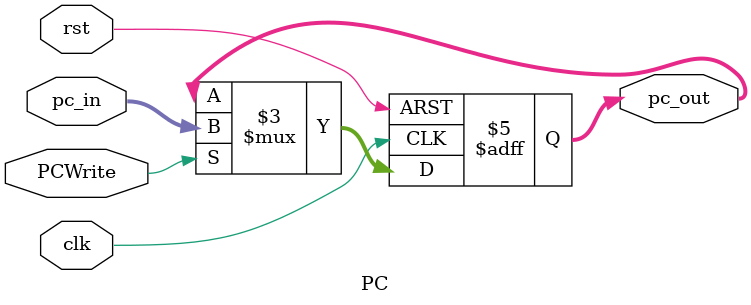
<source format=v>
module PC(
		input clk,
		input rst,
		input [31:0] pc_in,
		input PCWrite,
		output reg [31:0] pc_out
    );
	 
	always @(posedge clk or negedge rst)
		begin
		if (!rst)
			begin
			pc_out <= 32'b0; 
			end
		else if (PCWrite)
			begin
			pc_out <= (pc_in);
			end
		end

endmodule
</source>
